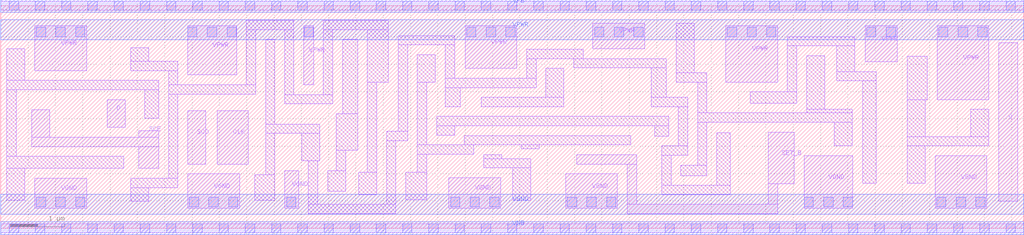
<source format=lef>
# Copyright 2020 The SkyWater PDK Authors
#
# Licensed under the Apache License, Version 2.0 (the "License");
# you may not use this file except in compliance with the License.
# You may obtain a copy of the License at
#
#     https://www.apache.org/licenses/LICENSE-2.0
#
# Unless required by applicable law or agreed to in writing, software
# distributed under the License is distributed on an "AS IS" BASIS,
# WITHOUT WARRANTIES OR CONDITIONS OF ANY KIND, either express or implied.
# See the License for the specific language governing permissions and
# limitations under the License.
#
# SPDX-License-Identifier: Apache-2.0

VERSION 5.5 ;
NAMESCASESENSITIVE ON ;
BUSBITCHARS "[]" ;
DIVIDERCHAR "/" ;
SITE unithvdbl
    SYMMETRY y  ;
    CLASS CORE  ;
    SIZE  0.480 BY 8.140 ;
END unithvdbl
MACRO sky130_fd_sc_hvl__sdfstp_1
  CLASS CORE ;
  SOURCE USER ;
  ORIGIN  0.000000  0.000000 ;
  SIZE  18.72000 BY  4.070000 ;
  SYMMETRY X Y ;
  SITE unithv ;
  PIN D
    ANTENNAGATEAREA  0.420000 ;
    DIRECTION INPUT ;
    USE SIGNAL ;
    PORT
      LAYER li1 ;
        RECT 1.945000 1.845000 2.275000 2.355000 ;
    END
  END D
  PIN Q
    ANTENNADIFFAREA  0.478750 ;
    DIRECTION OUTPUT ;
    USE SIGNAL ;
    PORT
      LAYER li1 ;
        RECT 18.260000 0.495000 18.610000 3.395000 ;
    END
  END Q
  PIN SCD
    ANTENNAGATEAREA  0.420000 ;
    DIRECTION INPUT ;
    USE SIGNAL ;
    PORT
      LAYER li1 ;
        RECT 3.420000 1.175000 3.750000 2.150000 ;
    END
  END SCD
  PIN SCE
    ANTENNAGATEAREA  0.840000 ;
    DIRECTION INPUT ;
    USE SIGNAL ;
    PORT
      LAYER li1 ;
        RECT 0.565000 1.495000 2.890000 1.665000 ;
        RECT 0.565000 1.665000 0.895000 2.165000 ;
        RECT 2.525000 1.095000 2.890000 1.495000 ;
        RECT 2.525000 1.665000 2.890000 1.780000 ;
    END
  END SCE
  PIN SET_B
    ANTENNAGATEAREA  0.840000 ;
    DIRECTION INPUT ;
    USE SIGNAL ;
    PORT
      LAYER li1 ;
        RECT 10.535000 1.175000 11.635000 1.345000 ;
        RECT 11.465000 0.265000 14.215000 0.435000 ;
        RECT 11.465000 0.435000 11.635000 1.175000 ;
        RECT 14.045000 0.435000 14.215000 0.810000 ;
        RECT 14.045000 0.810000 14.520000 1.760000 ;
    END
  END SET_B
  PIN CLK
    ANTENNAGATEAREA  0.585000 ;
    DIRECTION INPUT ;
    USE CLOCK ;
    PORT
      LAYER li1 ;
        RECT 3.965000 1.175000 4.525000 2.150000 ;
    END
  END CLK
  PIN VGND
    DIRECTION INOUT ;
    USE GROUND ;
    PORT
      LAYER li1 ;
        RECT 0.620000 0.365000 1.570000 0.915000 ;
    END
    PORT
      LAYER li1 ;
        RECT 10.335000 0.365000 11.285000 0.995000 ;
    END
    PORT
      LAYER li1 ;
        RECT 14.700000 0.365000 15.590000 1.325000 ;
    END
    PORT
      LAYER li1 ;
        RECT 17.095000 0.365000 18.045000 1.325000 ;
    END
    PORT
      LAYER li1 ;
        RECT 3.420000 0.365000 4.370000 0.995000 ;
    END
    PORT
      LAYER li1 ;
        RECT 5.200000 0.365000 5.450000 1.055000 ;
    END
    PORT
      LAYER li1 ;
        RECT 8.200000 0.365000 9.150000 0.925000 ;
    END
    PORT
      LAYER met1 ;
        RECT 0.000000 0.255000 18.720000 0.625000 ;
    END
  END VGND
  PIN VNB
    DIRECTION INOUT ;
    USE GROUND ;
    PORT
      LAYER li1 ;
        RECT 0.000000 -0.085000 18.720000 0.085000 ;
    END
    PORT
      LAYER met1 ;
        RECT 0.000000 -0.115000 18.720000 0.115000 ;
    END
  END VNB
  PIN VPB
    DIRECTION INOUT ;
    USE POWER ;
    PORT
      LAYER li1 ;
        RECT 0.000000 3.985000 18.720000 4.155000 ;
    END
    PORT
      LAYER met1 ;
        RECT 0.000000 3.955000 18.720000 4.185000 ;
    END
  END VPB
  PIN VPWR
    DIRECTION INOUT ;
    USE POWER ;
    PORT
      LAYER li1 ;
        RECT 0.620000 2.885000 1.570000 3.705000 ;
    END
    PORT
      LAYER li1 ;
        RECT 10.835000 3.285000 11.785000 3.755000 ;
    END
    PORT
      LAYER li1 ;
        RECT 13.265000 2.675000 14.215000 3.705000 ;
    END
    PORT
      LAYER li1 ;
        RECT 15.815000 3.045000 16.405000 3.705000 ;
    END
    PORT
      LAYER li1 ;
        RECT 17.135000 2.355000 18.080000 3.705000 ;
    END
    PORT
      LAYER li1 ;
        RECT 3.420000 2.805000 4.315000 3.705000 ;
    END
    PORT
      LAYER li1 ;
        RECT 5.545000 2.625000 5.725000 3.705000 ;
    END
    PORT
      LAYER li1 ;
        RECT 8.495000 2.925000 9.445000 3.705000 ;
    END
    PORT
      LAYER met1 ;
        RECT 0.000000 3.445000 18.720000 3.815000 ;
    END
  END VPWR
  OBS
    LAYER li1 ;
      RECT  0.110000 0.515000  0.440000 1.095000 ;
      RECT  0.110000 1.095000  2.255000 1.315000 ;
      RECT  0.110000 1.315000  0.280000 2.535000 ;
      RECT  0.110000 2.535000  2.890000 2.705000 ;
      RECT  0.110000 2.705000  0.440000 3.285000 ;
      RECT  2.380000 0.495000  2.710000 0.745000 ;
      RECT  2.380000 0.745000  3.240000 0.915000 ;
      RECT  2.380000 2.885000  3.240000 3.055000 ;
      RECT  2.380000 3.055000  2.710000 3.305000 ;
      RECT  2.635000 2.015000  2.890000 2.535000 ;
      RECT  3.070000 0.915000  3.240000 2.455000 ;
      RECT  3.070000 2.455000  4.665000 2.625000 ;
      RECT  3.070000 2.625000  3.240000 2.885000 ;
      RECT  4.495000 2.625000  4.665000 3.635000 ;
      RECT  4.495000 3.635000  5.365000 3.805000 ;
      RECT  4.650000 0.515000  5.015000 0.975000 ;
      RECT  4.845000 0.975000  5.015000 1.735000 ;
      RECT  4.845000 1.735000  5.835000 1.905000 ;
      RECT  4.845000 1.905000  5.015000 3.455000 ;
      RECT  5.195000 2.275000  6.075000 2.445000 ;
      RECT  5.195000 2.445000  5.365000 3.635000 ;
      RECT  5.505000 1.235000  5.835000 1.735000 ;
      RECT  5.630000 0.265000  7.230000 0.435000 ;
      RECT  5.630000 0.435000  5.800000 1.235000 ;
      RECT  5.905000 2.445000  6.075000 3.635000 ;
      RECT  5.905000 3.635000  7.095000 3.805000 ;
      RECT  5.980000 0.675000  6.310000 1.055000 ;
      RECT  6.140000 1.055000  6.310000 1.425000 ;
      RECT  6.140000 1.425000  6.530000 2.095000 ;
      RECT  6.255000 2.095000  6.530000 3.455000 ;
      RECT  6.550000 0.615000  6.880000 1.025000 ;
      RECT  6.710000 1.025000  6.880000 2.675000 ;
      RECT  6.710000 2.675000  7.095000 3.635000 ;
      RECT  7.060000 0.435000  7.230000 1.605000 ;
      RECT  7.060000 1.605000  7.445000 1.775000 ;
      RECT  7.275000 1.775000  7.445000 3.355000 ;
      RECT  7.275000 3.355000  8.305000 3.525000 ;
      RECT  7.410000 0.525000  7.795000 1.025000 ;
      RECT  7.625000 1.025000  7.795000 1.355000 ;
      RECT  7.625000 1.355000  8.655000 1.525000 ;
      RECT  7.625000 1.525000  7.795000 2.675000 ;
      RECT  7.625000 2.675000  7.955000 3.175000 ;
      RECT  7.975000 1.705000  8.305000 1.875000 ;
      RECT  7.975000 1.875000 12.220000 2.045000 ;
      RECT  8.135000 2.225000  8.410000 2.575000 ;
      RECT  8.135000 2.575000  9.795000 2.745000 ;
      RECT  8.135000 2.745000  8.305000 3.355000 ;
      RECT  8.485000 1.525000 11.525000 1.695000 ;
      RECT  8.790000 2.225000 10.305000 2.395000 ;
      RECT  8.835000 1.105000  9.700000 1.275000 ;
      RECT  8.835000 1.275000  9.165000 1.345000 ;
      RECT  9.370000 0.515000  9.700000 1.105000 ;
      RECT  9.520000 1.455000  9.850000 1.525000 ;
      RECT  9.625000 2.745000  9.795000 3.105000 ;
      RECT  9.625000 3.105000 10.655000 3.275000 ;
      RECT  9.975000 2.395000 10.305000 2.925000 ;
      RECT 10.485000 2.935000 12.180000 3.105000 ;
      RECT 11.905000 2.225000 12.570000 2.395000 ;
      RECT 11.905000 2.395000 12.180000 2.935000 ;
      RECT 11.970000 1.685000 12.220000 1.875000 ;
      RECT 12.095000 0.615000 13.350000 0.785000 ;
      RECT 12.095000 0.785000 12.265000 1.335000 ;
      RECT 12.095000 1.335000 12.570000 1.505000 ;
      RECT 12.360000 2.675000 12.920000 2.845000 ;
      RECT 12.360000 2.845000 12.690000 3.755000 ;
      RECT 12.400000 1.505000 12.570000 2.225000 ;
      RECT 12.445000 0.965000 12.920000 1.155000 ;
      RECT 12.750000 1.155000 12.920000 1.940000 ;
      RECT 12.750000 1.940000 15.585000 2.110000 ;
      RECT 12.750000 2.110000 12.920000 2.675000 ;
      RECT 13.100000 0.785000 13.350000 1.745000 ;
      RECT 13.710000 2.290000 14.565000 2.495000 ;
      RECT 14.395000 2.495000 14.565000 3.335000 ;
      RECT 14.395000 3.335000 15.625000 3.505000 ;
      RECT 14.745000 2.110000 15.585000 2.175000 ;
      RECT 14.745000 2.175000 15.075000 3.155000 ;
      RECT 15.255000 1.505000 15.585000 1.940000 ;
      RECT 15.295000 2.695000 16.020000 2.865000 ;
      RECT 15.295000 2.865000 15.625000 3.335000 ;
      RECT 15.770000 0.825000 16.020000 2.695000 ;
      RECT 16.585000 0.825000 16.915000 1.505000 ;
      RECT 16.585000 1.505000 18.080000 1.675000 ;
      RECT 16.585000 1.675000 16.915000 2.355000 ;
      RECT 16.585000 2.355000 16.955000 3.145000 ;
      RECT 17.750000 1.675000 18.080000 2.175000 ;
    LAYER mcon ;
      RECT  0.155000 -0.085000  0.325000 0.085000 ;
      RECT  0.155000  3.985000  0.325000 4.155000 ;
      RECT  0.635000 -0.085000  0.805000 0.085000 ;
      RECT  0.635000  3.985000  0.805000 4.155000 ;
      RECT  0.650000  0.395000  0.820000 0.565000 ;
      RECT  0.650000  3.505000  0.820000 3.675000 ;
      RECT  1.010000  0.395000  1.180000 0.565000 ;
      RECT  1.010000  3.505000  1.180000 3.675000 ;
      RECT  1.115000 -0.085000  1.285000 0.085000 ;
      RECT  1.115000  3.985000  1.285000 4.155000 ;
      RECT  1.370000  0.395000  1.540000 0.565000 ;
      RECT  1.370000  3.505000  1.540000 3.675000 ;
      RECT  1.595000 -0.085000  1.765000 0.085000 ;
      RECT  1.595000  3.985000  1.765000 4.155000 ;
      RECT  2.075000 -0.085000  2.245000 0.085000 ;
      RECT  2.075000  3.985000  2.245000 4.155000 ;
      RECT  2.555000 -0.085000  2.725000 0.085000 ;
      RECT  2.555000  3.985000  2.725000 4.155000 ;
      RECT  3.035000 -0.085000  3.205000 0.085000 ;
      RECT  3.035000  3.985000  3.205000 4.155000 ;
      RECT  3.420000  3.505000  3.590000 3.675000 ;
      RECT  3.450000  0.395000  3.620000 0.565000 ;
      RECT  3.515000 -0.085000  3.685000 0.085000 ;
      RECT  3.515000  3.985000  3.685000 4.155000 ;
      RECT  3.780000  3.505000  3.950000 3.675000 ;
      RECT  3.810000  0.395000  3.980000 0.565000 ;
      RECT  3.995000 -0.085000  4.165000 0.085000 ;
      RECT  3.995000  3.985000  4.165000 4.155000 ;
      RECT  4.140000  3.505000  4.310000 3.675000 ;
      RECT  4.170000  0.395000  4.340000 0.565000 ;
      RECT  4.475000 -0.085000  4.645000 0.085000 ;
      RECT  4.475000  3.985000  4.645000 4.155000 ;
      RECT  4.955000 -0.085000  5.125000 0.085000 ;
      RECT  4.955000  3.985000  5.125000 4.155000 ;
      RECT  5.230000  0.395000  5.400000 0.565000 ;
      RECT  5.435000 -0.085000  5.605000 0.085000 ;
      RECT  5.435000  3.985000  5.605000 4.155000 ;
      RECT  5.550000  3.505000  5.720000 3.675000 ;
      RECT  5.915000 -0.085000  6.085000 0.085000 ;
      RECT  5.915000  3.985000  6.085000 4.155000 ;
      RECT  6.395000 -0.085000  6.565000 0.085000 ;
      RECT  6.395000  3.985000  6.565000 4.155000 ;
      RECT  6.875000 -0.085000  7.045000 0.085000 ;
      RECT  6.875000  3.985000  7.045000 4.155000 ;
      RECT  7.355000 -0.085000  7.525000 0.085000 ;
      RECT  7.355000  3.985000  7.525000 4.155000 ;
      RECT  7.835000 -0.085000  8.005000 0.085000 ;
      RECT  7.835000  3.985000  8.005000 4.155000 ;
      RECT  8.230000  0.395000  8.400000 0.565000 ;
      RECT  8.315000 -0.085000  8.485000 0.085000 ;
      RECT  8.315000  3.985000  8.485000 4.155000 ;
      RECT  8.525000  3.505000  8.695000 3.675000 ;
      RECT  8.590000  0.395000  8.760000 0.565000 ;
      RECT  8.795000 -0.085000  8.965000 0.085000 ;
      RECT  8.795000  3.985000  8.965000 4.155000 ;
      RECT  8.885000  3.505000  9.055000 3.675000 ;
      RECT  8.950000  0.395000  9.120000 0.565000 ;
      RECT  9.245000  3.505000  9.415000 3.675000 ;
      RECT  9.275000 -0.085000  9.445000 0.085000 ;
      RECT  9.275000  3.985000  9.445000 4.155000 ;
      RECT  9.755000 -0.085000  9.925000 0.085000 ;
      RECT  9.755000  3.985000  9.925000 4.155000 ;
      RECT 10.235000 -0.085000 10.405000 0.085000 ;
      RECT 10.235000  3.985000 10.405000 4.155000 ;
      RECT 10.365000  0.395000 10.535000 0.565000 ;
      RECT 10.715000 -0.085000 10.885000 0.085000 ;
      RECT 10.715000  3.985000 10.885000 4.155000 ;
      RECT 10.725000  0.395000 10.895000 0.565000 ;
      RECT 10.865000  3.505000 11.035000 3.675000 ;
      RECT 11.085000  0.395000 11.255000 0.565000 ;
      RECT 11.195000 -0.085000 11.365000 0.085000 ;
      RECT 11.195000  3.985000 11.365000 4.155000 ;
      RECT 11.225000  3.505000 11.395000 3.675000 ;
      RECT 11.585000  3.505000 11.755000 3.675000 ;
      RECT 11.675000 -0.085000 11.845000 0.085000 ;
      RECT 11.675000  3.985000 11.845000 4.155000 ;
      RECT 12.155000 -0.085000 12.325000 0.085000 ;
      RECT 12.155000  3.985000 12.325000 4.155000 ;
      RECT 12.635000 -0.085000 12.805000 0.085000 ;
      RECT 12.635000  3.985000 12.805000 4.155000 ;
      RECT 13.115000 -0.085000 13.285000 0.085000 ;
      RECT 13.115000  3.985000 13.285000 4.155000 ;
      RECT 13.295000  3.505000 13.465000 3.675000 ;
      RECT 13.595000 -0.085000 13.765000 0.085000 ;
      RECT 13.595000  3.985000 13.765000 4.155000 ;
      RECT 13.655000  3.505000 13.825000 3.675000 ;
      RECT 14.015000  3.505000 14.185000 3.675000 ;
      RECT 14.075000 -0.085000 14.245000 0.085000 ;
      RECT 14.075000  3.985000 14.245000 4.155000 ;
      RECT 14.555000 -0.085000 14.725000 0.085000 ;
      RECT 14.555000  3.985000 14.725000 4.155000 ;
      RECT 14.700000  0.395000 14.870000 0.565000 ;
      RECT 15.035000 -0.085000 15.205000 0.085000 ;
      RECT 15.035000  3.985000 15.205000 4.155000 ;
      RECT 15.060000  0.395000 15.230000 0.565000 ;
      RECT 15.420000  0.395000 15.590000 0.565000 ;
      RECT 15.515000 -0.085000 15.685000 0.085000 ;
      RECT 15.515000  3.985000 15.685000 4.155000 ;
      RECT 15.845000  3.505000 16.015000 3.675000 ;
      RECT 15.995000 -0.085000 16.165000 0.085000 ;
      RECT 15.995000  3.985000 16.165000 4.155000 ;
      RECT 16.205000  3.505000 16.375000 3.675000 ;
      RECT 16.475000 -0.085000 16.645000 0.085000 ;
      RECT 16.475000  3.985000 16.645000 4.155000 ;
      RECT 16.955000 -0.085000 17.125000 0.085000 ;
      RECT 16.955000  3.985000 17.125000 4.155000 ;
      RECT 17.125000  0.395000 17.295000 0.565000 ;
      RECT 17.160000  3.505000 17.330000 3.675000 ;
      RECT 17.435000 -0.085000 17.605000 0.085000 ;
      RECT 17.435000  3.985000 17.605000 4.155000 ;
      RECT 17.485000  0.395000 17.655000 0.565000 ;
      RECT 17.520000  3.505000 17.690000 3.675000 ;
      RECT 17.845000  0.395000 18.015000 0.565000 ;
      RECT 17.880000  3.505000 18.050000 3.675000 ;
      RECT 17.915000 -0.085000 18.085000 0.085000 ;
      RECT 17.915000  3.985000 18.085000 4.155000 ;
      RECT 18.395000 -0.085000 18.565000 0.085000 ;
      RECT 18.395000  3.985000 18.565000 4.155000 ;
  END
END sky130_fd_sc_hvl__sdfstp_1
END LIBRARY

</source>
